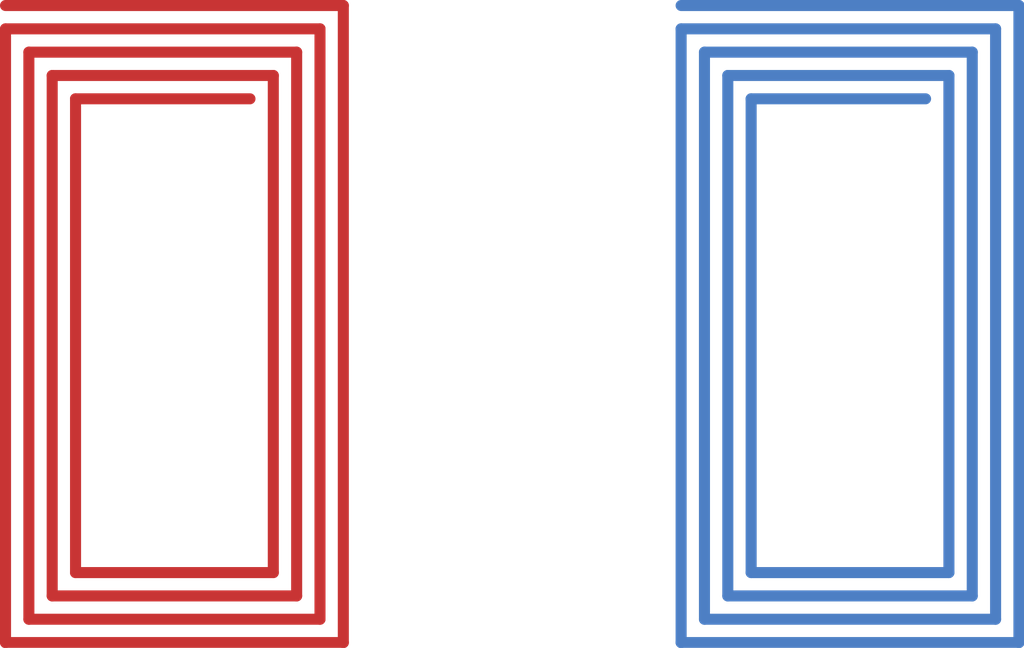
<source format=kicad_pcb>

(kicad_pcb
	(version 20241229)
	(generator "pcbnew")
	(generator_version "9.0")
	(general
		(thickness 1.6)
		(legacy_teardrops no)
	)
	(paper "A4")
	(layers
		(0 "F.Cu" signal)
		(4 "In1.Cu" signal)
		(6 "In2.Cu" signal)
		(2 "B.Cu" signal)
		(9 "F.Adhes" user "F.Adhesive")
		(11 "B.Adhes" user "B.Adhesive")
		(13 "F.Paste" user)
		(15 "B.Paste" user)
		(5 "F.SilkS" user "F.Silkscreen")
		(7 "B.SilkS" user "B.Silkscreen")
		(1 "F.Mask" user)
		(3 "B.Mask" user)
		(17 "Dwgs.User" user "User.Drawings")
		(19 "Cmts.User" user "User.Comments")
		(21 "Eco1.User" user "User.Eco1")
		(23 "Eco2.User" user "User.Eco2")
		(25 "Edge.Cuts" user)
		(27 "Margin" user)
		(31 "F.CrtYd" user "F.Courtyard")
		(29 "B.CrtYd" user "B.Courtyard")
		(35 "F.Fab" user)
		(33 "B.Fab" user)
		(39 "User.1" user)
		(41 "User.2" user)
		(43 "User.3" user)
		(45 "User.4" user)
	)
	(setup
		(stackup
			(layer "F.SilkS"
				(type "Top Silk Screen")
			)
			(layer "F.Paste"
				(type "Top Solder Paste")
			)
			(layer "F.Mask"
				(type "Top Solder Mask")
				(thickness 0.01)
			)
			(layer "F.Cu"
				(type "copper")
				(thickness 0.035)
			)
			(layer "dielectric 1"
				(type "prepreg")
				(thickness 0.1)
				(material "FR4")
				(epsilon_r 4.5)
				(loss_tangent 0.02)
			)
			(layer "In1.Cu"
				(type "copper")
				(thickness 0.035)
			)
			(layer "dielectric 2"
				(type "core")
				(thickness 1.24)
				(material "FR4")
				(epsilon_r 4.5)
				(loss_tangent 0.02)
			)
			(layer "In2.Cu"
				(type "copper")
				(thickness 0.035)
			)
			(layer "dielectric 3"
				(type "prepreg")
				(thickness 0.1)
				(material "FR4")
				(epsilon_r 4.5)
				(loss_tangent 0.02)
			)
			(layer "B.Cu"
				(type "copper")
				(thickness 0.035)
			)
			(layer "B.Mask"
				(type "Bottom Solder Mask")
				(thickness 0.01)
			)
			(layer "B.Paste"
				(type "Bottom Solder Paste")
			)
			(layer "B.SilkS"
				(type "Bottom Silk Screen")
			)
			(copper_finish "None")
			(dielectric_constraints no)
		)
        )








	(gr_line
		(start 4.025 1.525)
		(end 17.775 1.525)
		(stroke
			(width 0.4500000000000002)
			(type default)
		)
		(layer "F.Cu")
	)

	(gr_line
		(start 17.775 1.525)
		(end 17.775 27.475)
		(stroke
			(width 0.4500000000000002)
			(type default)
		)
		(layer "F.Cu")
	)

	(gr_line
		(start 17.775 27.475)
		(end 4.025 27.475)
		(stroke
			(width 0.4500000000000002)
			(type default)
		)
		(layer "F.Cu")
	)

	(gr_line
		(start 4.025 27.475)
		(end 4.025 2.475)
		(stroke
			(width 0.4500000000000002)
			(type default)
		)
		(layer "F.Cu")
	)

	(gr_line
		(start 4.025 2.475)
		(end 16.825 2.475)
		(stroke
			(width 0.4500000000000002)
			(type default)
		)
		(layer "F.Cu")
	)

	(gr_line
		(start 16.825 2.475)
		(end 16.825 26.525)
		(stroke
			(width 0.4500000000000002)
			(type default)
		)
		(layer "F.Cu")
	)

	(gr_line
		(start 16.825 26.525)
		(end 4.975 26.525)
		(stroke
			(width 0.4500000000000002)
			(type default)
		)
		(layer "F.Cu")
	)

	(gr_line
		(start 4.975 26.525)
		(end 4.975 3.425)
		(stroke
			(width 0.4500000000000002)
			(type default)
		)
		(layer "F.Cu")
	)

	(gr_line
		(start 4.975 3.425)
		(end 15.875 3.425)
		(stroke
			(width 0.4500000000000002)
			(type default)
		)
		(layer "F.Cu")
	)

	(gr_line
		(start 15.875 3.425)
		(end 15.875 25.575)
		(stroke
			(width 0.4500000000000002)
			(type default)
		)
		(layer "F.Cu")
	)

	(gr_line
		(start 15.875 25.575)
		(end 5.925 25.575)
		(stroke
			(width 0.4500000000000002)
			(type default)
		)
		(layer "F.Cu")
	)

	(gr_line
		(start 5.925 25.575)
		(end 5.925 4.375)
		(stroke
			(width 0.4500000000000002)
			(type default)
		)
		(layer "F.Cu")
	)

	(gr_line
		(start 5.925 4.375)
		(end 14.925 4.375)
		(stroke
			(width 0.4500000000000002)
			(type default)
		)
		(layer "F.Cu")
	)

	(gr_line
		(start 14.925 4.375)
		(end 14.925 24.625)
		(stroke
			(width 0.4500000000000002)
			(type default)
		)
		(layer "F.Cu")
	)

	(gr_line
		(start 14.925 24.625)
		(end 6.875 24.625)
		(stroke
			(width 0.4500000000000002)
			(type default)
		)
		(layer "F.Cu")
	)

	(gr_line
		(start 6.875 24.625)
		(end 6.875 5.325)
		(stroke
			(width 0.4500000000000002)
			(type default)
		)
		(layer "F.Cu")
	)

	(gr_line
		(start 6.875 5.325)
		(end 13.975 5.325)
		(stroke
			(width 0.4500000000000002)
			(type default)
		)
		(layer "F.Cu")
	)


	(gr_line
		(start 31.525 1.525)
		(end 45.275 1.525)
		(stroke
			(width 0.4500000000000002)
			(type default)
		)
		(layer "B.Cu")
	)

	(gr_line
		(start 45.275 1.525)
		(end 45.275 27.475)
		(stroke
			(width 0.4500000000000002)
			(type default)
		)
		(layer "B.Cu")
	)

	(gr_line
		(start 45.275 27.475)
		(end 31.525 27.475)
		(stroke
			(width 0.4500000000000002)
			(type default)
		)
		(layer "B.Cu")
	)

	(gr_line
		(start 31.525 27.475)
		(end 31.525 2.475)
		(stroke
			(width 0.4500000000000002)
			(type default)
		)
		(layer "B.Cu")
	)

	(gr_line
		(start 31.525 2.475)
		(end 44.325 2.475)
		(stroke
			(width 0.4500000000000002)
			(type default)
		)
		(layer "B.Cu")
	)

	(gr_line
		(start 44.325 2.475)
		(end 44.325 26.525)
		(stroke
			(width 0.4500000000000002)
			(type default)
		)
		(layer "B.Cu")
	)

	(gr_line
		(start 44.325 26.525)
		(end 32.475 26.525)
		(stroke
			(width 0.4500000000000002)
			(type default)
		)
		(layer "B.Cu")
	)

	(gr_line
		(start 32.475 26.525)
		(end 32.475 3.425)
		(stroke
			(width 0.4500000000000002)
			(type default)
		)
		(layer "B.Cu")
	)

	(gr_line
		(start 32.475 3.425)
		(end 43.375 3.425)
		(stroke
			(width 0.4500000000000002)
			(type default)
		)
		(layer "B.Cu")
	)

	(gr_line
		(start 43.375 3.425)
		(end 43.375 25.575)
		(stroke
			(width 0.4500000000000002)
			(type default)
		)
		(layer "B.Cu")
	)

	(gr_line
		(start 43.375 25.575)
		(end 33.425 25.575)
		(stroke
			(width 0.4500000000000002)
			(type default)
		)
		(layer "B.Cu")
	)

	(gr_line
		(start 33.425 25.575)
		(end 33.425 4.375)
		(stroke
			(width 0.4500000000000002)
			(type default)
		)
		(layer "B.Cu")
	)

	(gr_line
		(start 33.425 4.375)
		(end 42.425 4.375)
		(stroke
			(width 0.4500000000000002)
			(type default)
		)
		(layer "B.Cu")
	)

	(gr_line
		(start 42.425 4.375)
		(end 42.425 24.625)
		(stroke
			(width 0.4500000000000002)
			(type default)
		)
		(layer "B.Cu")
	)

	(gr_line
		(start 42.425 24.625)
		(end 34.375 24.625)
		(stroke
			(width 0.4500000000000002)
			(type default)
		)
		(layer "B.Cu")
	)

	(gr_line
		(start 34.375 24.625)
		(end 34.375 5.325)
		(stroke
			(width 0.4500000000000002)
			(type default)
		)
		(layer "B.Cu")
	)

	(gr_line
		(start 34.375 5.325)
		(end 41.475 5.325)
		(stroke
			(width 0.4500000000000002)
			(type default)
		)
		(layer "B.Cu")
	)

)
</source>
